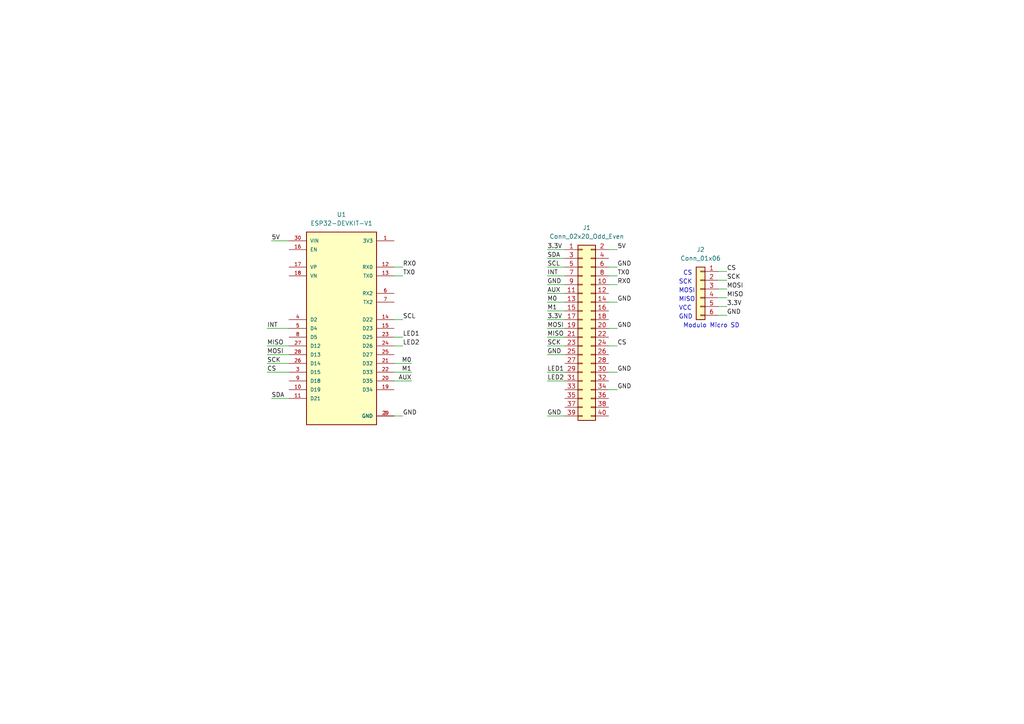
<source format=kicad_sch>
(kicad_sch (version 20211123) (generator eeschema)

  (uuid 30810c29-7c9e-463f-8d1a-1ad5d7a6d93f)

  (paper "A4")

  (lib_symbols
    (symbol "Connector_Generic:Conn_01x06" (pin_names (offset 1.016) hide) (in_bom yes) (on_board yes)
      (property "Reference" "J" (id 0) (at 0 7.62 0)
        (effects (font (size 1.27 1.27)))
      )
      (property "Value" "Conn_01x06" (id 1) (at 0 -10.16 0)
        (effects (font (size 1.27 1.27)))
      )
      (property "Footprint" "" (id 2) (at 0 0 0)
        (effects (font (size 1.27 1.27)) hide)
      )
      (property "Datasheet" "~" (id 3) (at 0 0 0)
        (effects (font (size 1.27 1.27)) hide)
      )
      (property "ki_keywords" "connector" (id 4) (at 0 0 0)
        (effects (font (size 1.27 1.27)) hide)
      )
      (property "ki_description" "Generic connector, single row, 01x06, script generated (kicad-library-utils/schlib/autogen/connector/)" (id 5) (at 0 0 0)
        (effects (font (size 1.27 1.27)) hide)
      )
      (property "ki_fp_filters" "Connector*:*_1x??_*" (id 6) (at 0 0 0)
        (effects (font (size 1.27 1.27)) hide)
      )
      (symbol "Conn_01x06_1_1"
        (rectangle (start -1.27 -7.493) (end 0 -7.747)
          (stroke (width 0.1524) (type default) (color 0 0 0 0))
          (fill (type none))
        )
        (rectangle (start -1.27 -4.953) (end 0 -5.207)
          (stroke (width 0.1524) (type default) (color 0 0 0 0))
          (fill (type none))
        )
        (rectangle (start -1.27 -2.413) (end 0 -2.667)
          (stroke (width 0.1524) (type default) (color 0 0 0 0))
          (fill (type none))
        )
        (rectangle (start -1.27 0.127) (end 0 -0.127)
          (stroke (width 0.1524) (type default) (color 0 0 0 0))
          (fill (type none))
        )
        (rectangle (start -1.27 2.667) (end 0 2.413)
          (stroke (width 0.1524) (type default) (color 0 0 0 0))
          (fill (type none))
        )
        (rectangle (start -1.27 5.207) (end 0 4.953)
          (stroke (width 0.1524) (type default) (color 0 0 0 0))
          (fill (type none))
        )
        (rectangle (start -1.27 6.35) (end 1.27 -8.89)
          (stroke (width 0.254) (type default) (color 0 0 0 0))
          (fill (type background))
        )
        (pin passive line (at -5.08 5.08 0) (length 3.81)
          (name "Pin_1" (effects (font (size 1.27 1.27))))
          (number "1" (effects (font (size 1.27 1.27))))
        )
        (pin passive line (at -5.08 2.54 0) (length 3.81)
          (name "Pin_2" (effects (font (size 1.27 1.27))))
          (number "2" (effects (font (size 1.27 1.27))))
        )
        (pin passive line (at -5.08 0 0) (length 3.81)
          (name "Pin_3" (effects (font (size 1.27 1.27))))
          (number "3" (effects (font (size 1.27 1.27))))
        )
        (pin passive line (at -5.08 -2.54 0) (length 3.81)
          (name "Pin_4" (effects (font (size 1.27 1.27))))
          (number "4" (effects (font (size 1.27 1.27))))
        )
        (pin passive line (at -5.08 -5.08 0) (length 3.81)
          (name "Pin_5" (effects (font (size 1.27 1.27))))
          (number "5" (effects (font (size 1.27 1.27))))
        )
        (pin passive line (at -5.08 -7.62 0) (length 3.81)
          (name "Pin_6" (effects (font (size 1.27 1.27))))
          (number "6" (effects (font (size 1.27 1.27))))
        )
      )
    )
    (symbol "Connector_Generic:Conn_02x20_Odd_Even" (pin_names (offset 1.016) hide) (in_bom yes) (on_board yes)
      (property "Reference" "J" (id 0) (at 1.27 25.4 0)
        (effects (font (size 1.27 1.27)))
      )
      (property "Value" "Conn_02x20_Odd_Even" (id 1) (at 1.27 -27.94 0)
        (effects (font (size 1.27 1.27)))
      )
      (property "Footprint" "" (id 2) (at 0 0 0)
        (effects (font (size 1.27 1.27)) hide)
      )
      (property "Datasheet" "~" (id 3) (at 0 0 0)
        (effects (font (size 1.27 1.27)) hide)
      )
      (property "ki_keywords" "connector" (id 4) (at 0 0 0)
        (effects (font (size 1.27 1.27)) hide)
      )
      (property "ki_description" "Generic connector, double row, 02x20, odd/even pin numbering scheme (row 1 odd numbers, row 2 even numbers), script generated (kicad-library-utils/schlib/autogen/connector/)" (id 5) (at 0 0 0)
        (effects (font (size 1.27 1.27)) hide)
      )
      (property "ki_fp_filters" "Connector*:*_2x??_*" (id 6) (at 0 0 0)
        (effects (font (size 1.27 1.27)) hide)
      )
      (symbol "Conn_02x20_Odd_Even_1_1"
        (rectangle (start -1.27 -25.273) (end 0 -25.527)
          (stroke (width 0.1524) (type default) (color 0 0 0 0))
          (fill (type none))
        )
        (rectangle (start -1.27 -22.733) (end 0 -22.987)
          (stroke (width 0.1524) (type default) (color 0 0 0 0))
          (fill (type none))
        )
        (rectangle (start -1.27 -20.193) (end 0 -20.447)
          (stroke (width 0.1524) (type default) (color 0 0 0 0))
          (fill (type none))
        )
        (rectangle (start -1.27 -17.653) (end 0 -17.907)
          (stroke (width 0.1524) (type default) (color 0 0 0 0))
          (fill (type none))
        )
        (rectangle (start -1.27 -15.113) (end 0 -15.367)
          (stroke (width 0.1524) (type default) (color 0 0 0 0))
          (fill (type none))
        )
        (rectangle (start -1.27 -12.573) (end 0 -12.827)
          (stroke (width 0.1524) (type default) (color 0 0 0 0))
          (fill (type none))
        )
        (rectangle (start -1.27 -10.033) (end 0 -10.287)
          (stroke (width 0.1524) (type default) (color 0 0 0 0))
          (fill (type none))
        )
        (rectangle (start -1.27 -7.493) (end 0 -7.747)
          (stroke (width 0.1524) (type default) (color 0 0 0 0))
          (fill (type none))
        )
        (rectangle (start -1.27 -4.953) (end 0 -5.207)
          (stroke (width 0.1524) (type default) (color 0 0 0 0))
          (fill (type none))
        )
        (rectangle (start -1.27 -2.413) (end 0 -2.667)
          (stroke (width 0.1524) (type default) (color 0 0 0 0))
          (fill (type none))
        )
        (rectangle (start -1.27 0.127) (end 0 -0.127)
          (stroke (width 0.1524) (type default) (color 0 0 0 0))
          (fill (type none))
        )
        (rectangle (start -1.27 2.667) (end 0 2.413)
          (stroke (width 0.1524) (type default) (color 0 0 0 0))
          (fill (type none))
        )
        (rectangle (start -1.27 5.207) (end 0 4.953)
          (stroke (width 0.1524) (type default) (color 0 0 0 0))
          (fill (type none))
        )
        (rectangle (start -1.27 7.747) (end 0 7.493)
          (stroke (width 0.1524) (type default) (color 0 0 0 0))
          (fill (type none))
        )
        (rectangle (start -1.27 10.287) (end 0 10.033)
          (stroke (width 0.1524) (type default) (color 0 0 0 0))
          (fill (type none))
        )
        (rectangle (start -1.27 12.827) (end 0 12.573)
          (stroke (width 0.1524) (type default) (color 0 0 0 0))
          (fill (type none))
        )
        (rectangle (start -1.27 15.367) (end 0 15.113)
          (stroke (width 0.1524) (type default) (color 0 0 0 0))
          (fill (type none))
        )
        (rectangle (start -1.27 17.907) (end 0 17.653)
          (stroke (width 0.1524) (type default) (color 0 0 0 0))
          (fill (type none))
        )
        (rectangle (start -1.27 20.447) (end 0 20.193)
          (stroke (width 0.1524) (type default) (color 0 0 0 0))
          (fill (type none))
        )
        (rectangle (start -1.27 22.987) (end 0 22.733)
          (stroke (width 0.1524) (type default) (color 0 0 0 0))
          (fill (type none))
        )
        (rectangle (start -1.27 24.13) (end 3.81 -26.67)
          (stroke (width 0.254) (type default) (color 0 0 0 0))
          (fill (type background))
        )
        (rectangle (start 3.81 -25.273) (end 2.54 -25.527)
          (stroke (width 0.1524) (type default) (color 0 0 0 0))
          (fill (type none))
        )
        (rectangle (start 3.81 -22.733) (end 2.54 -22.987)
          (stroke (width 0.1524) (type default) (color 0 0 0 0))
          (fill (type none))
        )
        (rectangle (start 3.81 -20.193) (end 2.54 -20.447)
          (stroke (width 0.1524) (type default) (color 0 0 0 0))
          (fill (type none))
        )
        (rectangle (start 3.81 -17.653) (end 2.54 -17.907)
          (stroke (width 0.1524) (type default) (color 0 0 0 0))
          (fill (type none))
        )
        (rectangle (start 3.81 -15.113) (end 2.54 -15.367)
          (stroke (width 0.1524) (type default) (color 0 0 0 0))
          (fill (type none))
        )
        (rectangle (start 3.81 -12.573) (end 2.54 -12.827)
          (stroke (width 0.1524) (type default) (color 0 0 0 0))
          (fill (type none))
        )
        (rectangle (start 3.81 -10.033) (end 2.54 -10.287)
          (stroke (width 0.1524) (type default) (color 0 0 0 0))
          (fill (type none))
        )
        (rectangle (start 3.81 -7.493) (end 2.54 -7.747)
          (stroke (width 0.1524) (type default) (color 0 0 0 0))
          (fill (type none))
        )
        (rectangle (start 3.81 -4.953) (end 2.54 -5.207)
          (stroke (width 0.1524) (type default) (color 0 0 0 0))
          (fill (type none))
        )
        (rectangle (start 3.81 -2.413) (end 2.54 -2.667)
          (stroke (width 0.1524) (type default) (color 0 0 0 0))
          (fill (type none))
        )
        (rectangle (start 3.81 0.127) (end 2.54 -0.127)
          (stroke (width 0.1524) (type default) (color 0 0 0 0))
          (fill (type none))
        )
        (rectangle (start 3.81 2.667) (end 2.54 2.413)
          (stroke (width 0.1524) (type default) (color 0 0 0 0))
          (fill (type none))
        )
        (rectangle (start 3.81 5.207) (end 2.54 4.953)
          (stroke (width 0.1524) (type default) (color 0 0 0 0))
          (fill (type none))
        )
        (rectangle (start 3.81 7.747) (end 2.54 7.493)
          (stroke (width 0.1524) (type default) (color 0 0 0 0))
          (fill (type none))
        )
        (rectangle (start 3.81 10.287) (end 2.54 10.033)
          (stroke (width 0.1524) (type default) (color 0 0 0 0))
          (fill (type none))
        )
        (rectangle (start 3.81 12.827) (end 2.54 12.573)
          (stroke (width 0.1524) (type default) (color 0 0 0 0))
          (fill (type none))
        )
        (rectangle (start 3.81 15.367) (end 2.54 15.113)
          (stroke (width 0.1524) (type default) (color 0 0 0 0))
          (fill (type none))
        )
        (rectangle (start 3.81 17.907) (end 2.54 17.653)
          (stroke (width 0.1524) (type default) (color 0 0 0 0))
          (fill (type none))
        )
        (rectangle (start 3.81 20.447) (end 2.54 20.193)
          (stroke (width 0.1524) (type default) (color 0 0 0 0))
          (fill (type none))
        )
        (rectangle (start 3.81 22.987) (end 2.54 22.733)
          (stroke (width 0.1524) (type default) (color 0 0 0 0))
          (fill (type none))
        )
        (pin passive line (at -5.08 22.86 0) (length 3.81)
          (name "Pin_1" (effects (font (size 1.27 1.27))))
          (number "1" (effects (font (size 1.27 1.27))))
        )
        (pin passive line (at 7.62 12.7 180) (length 3.81)
          (name "Pin_10" (effects (font (size 1.27 1.27))))
          (number "10" (effects (font (size 1.27 1.27))))
        )
        (pin passive line (at -5.08 10.16 0) (length 3.81)
          (name "Pin_11" (effects (font (size 1.27 1.27))))
          (number "11" (effects (font (size 1.27 1.27))))
        )
        (pin passive line (at 7.62 10.16 180) (length 3.81)
          (name "Pin_12" (effects (font (size 1.27 1.27))))
          (number "12" (effects (font (size 1.27 1.27))))
        )
        (pin passive line (at -5.08 7.62 0) (length 3.81)
          (name "Pin_13" (effects (font (size 1.27 1.27))))
          (number "13" (effects (font (size 1.27 1.27))))
        )
        (pin passive line (at 7.62 7.62 180) (length 3.81)
          (name "Pin_14" (effects (font (size 1.27 1.27))))
          (number "14" (effects (font (size 1.27 1.27))))
        )
        (pin passive line (at -5.08 5.08 0) (length 3.81)
          (name "Pin_15" (effects (font (size 1.27 1.27))))
          (number "15" (effects (font (size 1.27 1.27))))
        )
        (pin passive line (at 7.62 5.08 180) (length 3.81)
          (name "Pin_16" (effects (font (size 1.27 1.27))))
          (number "16" (effects (font (size 1.27 1.27))))
        )
        (pin passive line (at -5.08 2.54 0) (length 3.81)
          (name "Pin_17" (effects (font (size 1.27 1.27))))
          (number "17" (effects (font (size 1.27 1.27))))
        )
        (pin passive line (at 7.62 2.54 180) (length 3.81)
          (name "Pin_18" (effects (font (size 1.27 1.27))))
          (number "18" (effects (font (size 1.27 1.27))))
        )
        (pin passive line (at -5.08 0 0) (length 3.81)
          (name "Pin_19" (effects (font (size 1.27 1.27))))
          (number "19" (effects (font (size 1.27 1.27))))
        )
        (pin passive line (at 7.62 22.86 180) (length 3.81)
          (name "Pin_2" (effects (font (size 1.27 1.27))))
          (number "2" (effects (font (size 1.27 1.27))))
        )
        (pin passive line (at 7.62 0 180) (length 3.81)
          (name "Pin_20" (effects (font (size 1.27 1.27))))
          (number "20" (effects (font (size 1.27 1.27))))
        )
        (pin passive line (at -5.08 -2.54 0) (length 3.81)
          (name "Pin_21" (effects (font (size 1.27 1.27))))
          (number "21" (effects (font (size 1.27 1.27))))
        )
        (pin passive line (at 7.62 -2.54 180) (length 3.81)
          (name "Pin_22" (effects (font (size 1.27 1.27))))
          (number "22" (effects (font (size 1.27 1.27))))
        )
        (pin passive line (at -5.08 -5.08 0) (length 3.81)
          (name "Pin_23" (effects (font (size 1.27 1.27))))
          (number "23" (effects (font (size 1.27 1.27))))
        )
        (pin passive line (at 7.62 -5.08 180) (length 3.81)
          (name "Pin_24" (effects (font (size 1.27 1.27))))
          (number "24" (effects (font (size 1.27 1.27))))
        )
        (pin passive line (at -5.08 -7.62 0) (length 3.81)
          (name "Pin_25" (effects (font (size 1.27 1.27))))
          (number "25" (effects (font (size 1.27 1.27))))
        )
        (pin passive line (at 7.62 -7.62 180) (length 3.81)
          (name "Pin_26" (effects (font (size 1.27 1.27))))
          (number "26" (effects (font (size 1.27 1.27))))
        )
        (pin passive line (at -5.08 -10.16 0) (length 3.81)
          (name "Pin_27" (effects (font (size 1.27 1.27))))
          (number "27" (effects (font (size 1.27 1.27))))
        )
        (pin passive line (at 7.62 -10.16 180) (length 3.81)
          (name "Pin_28" (effects (font (size 1.27 1.27))))
          (number "28" (effects (font (size 1.27 1.27))))
        )
        (pin passive line (at -5.08 -12.7 0) (length 3.81)
          (name "Pin_29" (effects (font (size 1.27 1.27))))
          (number "29" (effects (font (size 1.27 1.27))))
        )
        (pin passive line (at -5.08 20.32 0) (length 3.81)
          (name "Pin_3" (effects (font (size 1.27 1.27))))
          (number "3" (effects (font (size 1.27 1.27))))
        )
        (pin passive line (at 7.62 -12.7 180) (length 3.81)
          (name "Pin_30" (effects (font (size 1.27 1.27))))
          (number "30" (effects (font (size 1.27 1.27))))
        )
        (pin passive line (at -5.08 -15.24 0) (length 3.81)
          (name "Pin_31" (effects (font (size 1.27 1.27))))
          (number "31" (effects (font (size 1.27 1.27))))
        )
        (pin passive line (at 7.62 -15.24 180) (length 3.81)
          (name "Pin_32" (effects (font (size 1.27 1.27))))
          (number "32" (effects (font (size 1.27 1.27))))
        )
        (pin passive line (at -5.08 -17.78 0) (length 3.81)
          (name "Pin_33" (effects (font (size 1.27 1.27))))
          (number "33" (effects (font (size 1.27 1.27))))
        )
        (pin passive line (at 7.62 -17.78 180) (length 3.81)
          (name "Pin_34" (effects (font (size 1.27 1.27))))
          (number "34" (effects (font (size 1.27 1.27))))
        )
        (pin passive line (at -5.08 -20.32 0) (length 3.81)
          (name "Pin_35" (effects (font (size 1.27 1.27))))
          (number "35" (effects (font (size 1.27 1.27))))
        )
        (pin passive line (at 7.62 -20.32 180) (length 3.81)
          (name "Pin_36" (effects (font (size 1.27 1.27))))
          (number "36" (effects (font (size 1.27 1.27))))
        )
        (pin passive line (at -5.08 -22.86 0) (length 3.81)
          (name "Pin_37" (effects (font (size 1.27 1.27))))
          (number "37" (effects (font (size 1.27 1.27))))
        )
        (pin passive line (at 7.62 -22.86 180) (length 3.81)
          (name "Pin_38" (effects (font (size 1.27 1.27))))
          (number "38" (effects (font (size 1.27 1.27))))
        )
        (pin passive line (at -5.08 -25.4 0) (length 3.81)
          (name "Pin_39" (effects (font (size 1.27 1.27))))
          (number "39" (effects (font (size 1.27 1.27))))
        )
        (pin passive line (at 7.62 20.32 180) (length 3.81)
          (name "Pin_4" (effects (font (size 1.27 1.27))))
          (number "4" (effects (font (size 1.27 1.27))))
        )
        (pin passive line (at 7.62 -25.4 180) (length 3.81)
          (name "Pin_40" (effects (font (size 1.27 1.27))))
          (number "40" (effects (font (size 1.27 1.27))))
        )
        (pin passive line (at -5.08 17.78 0) (length 3.81)
          (name "Pin_5" (effects (font (size 1.27 1.27))))
          (number "5" (effects (font (size 1.27 1.27))))
        )
        (pin passive line (at 7.62 17.78 180) (length 3.81)
          (name "Pin_6" (effects (font (size 1.27 1.27))))
          (number "6" (effects (font (size 1.27 1.27))))
        )
        (pin passive line (at -5.08 15.24 0) (length 3.81)
          (name "Pin_7" (effects (font (size 1.27 1.27))))
          (number "7" (effects (font (size 1.27 1.27))))
        )
        (pin passive line (at 7.62 15.24 180) (length 3.81)
          (name "Pin_8" (effects (font (size 1.27 1.27))))
          (number "8" (effects (font (size 1.27 1.27))))
        )
        (pin passive line (at -5.08 12.7 0) (length 3.81)
          (name "Pin_9" (effects (font (size 1.27 1.27))))
          (number "9" (effects (font (size 1.27 1.27))))
        )
      )
    )
    (symbol "ESP32-DEVKIT-V1:ESP32-DEVKIT-V1" (pin_names (offset 1.016)) (in_bom yes) (on_board yes)
      (property "Reference" "U" (id 0) (at -10.16 30.48 0)
        (effects (font (size 1.27 1.27)) (justify left top))
      )
      (property "Value" "ESP32-DEVKIT-V1" (id 1) (at -10.16 -30.48 0)
        (effects (font (size 1.27 1.27)) (justify left bottom))
      )
      (property "Footprint" "ESP32-DEVKIT-V1:MODULE_ESP32_DEVKIT_V1" (id 2) (at 0 0 0)
        (effects (font (size 1.27 1.27)) (justify bottom) hide)
      )
      (property "Datasheet" "" (id 3) (at 0 0 0)
        (effects (font (size 1.27 1.27)) hide)
      )
      (property "MF" "Do it" (id 4) (at 0 0 0)
        (effects (font (size 1.27 1.27)) (justify bottom) hide)
      )
      (property "MAXIMUM_PACKAGE_HEIGHT" "6.8 mm" (id 5) (at 0 0 0)
        (effects (font (size 1.27 1.27)) (justify bottom) hide)
      )
      (property "Package" "None" (id 6) (at 0 0 0)
        (effects (font (size 1.27 1.27)) (justify bottom) hide)
      )
      (property "Price" "None" (id 7) (at 0 0 0)
        (effects (font (size 1.27 1.27)) (justify bottom) hide)
      )
      (property "Check_prices" "https://www.snapeda.com/parts/ESP32-DEVKIT-V1/Do+it/view-part/?ref=eda" (id 8) (at 0 0 0)
        (effects (font (size 1.27 1.27)) (justify bottom) hide)
      )
      (property "STANDARD" "Manufacturer Recommendations" (id 9) (at 0 0 0)
        (effects (font (size 1.27 1.27)) (justify bottom) hide)
      )
      (property "PARTREV" "N/A" (id 10) (at 0 0 0)
        (effects (font (size 1.27 1.27)) (justify bottom) hide)
      )
      (property "SnapEDA_Link" "https://www.snapeda.com/parts/ESP32-DEVKIT-V1/Do+it/view-part/?ref=snap" (id 11) (at 0 0 0)
        (effects (font (size 1.27 1.27)) (justify bottom) hide)
      )
      (property "MP" "ESP32-DEVKIT-V1" (id 12) (at 0 0 0)
        (effects (font (size 1.27 1.27)) (justify bottom) hide)
      )
      (property "Description" "\nDual core, Wi-Fi: 2.4 GHz up to 150 Mbits/s,BLE (Bluetooth Low Energy) and legacy Bluetooth, 32 bits, Up to 240 MHz\n" (id 13) (at 0 0 0)
        (effects (font (size 1.27 1.27)) (justify bottom) hide)
      )
      (property "Availability" "Not in stock" (id 14) (at 0 0 0)
        (effects (font (size 1.27 1.27)) (justify bottom) hide)
      )
      (property "MANUFACTURER" "DOIT" (id 15) (at 0 0 0)
        (effects (font (size 1.27 1.27)) (justify bottom) hide)
      )
      (symbol "ESP32-DEVKIT-V1_0_0"
        (rectangle (start -10.16 -27.94) (end 10.16 27.94)
          (stroke (width 0.254) (type default) (color 0 0 0 0))
          (fill (type background))
        )
        (pin output line (at 15.24 25.4 180) (length 5.08)
          (name "3V3" (effects (font (size 1.016 1.016))))
          (number "1" (effects (font (size 1.016 1.016))))
        )
        (pin bidirectional line (at -15.24 -17.78 0) (length 5.08)
          (name "D19" (effects (font (size 1.016 1.016))))
          (number "10" (effects (font (size 1.016 1.016))))
        )
        (pin bidirectional line (at -15.24 -20.32 0) (length 5.08)
          (name "D21" (effects (font (size 1.016 1.016))))
          (number "11" (effects (font (size 1.016 1.016))))
        )
        (pin input line (at 15.24 17.78 180) (length 5.08)
          (name "RX0" (effects (font (size 1.016 1.016))))
          (number "12" (effects (font (size 1.016 1.016))))
        )
        (pin output line (at 15.24 15.24 180) (length 5.08)
          (name "TX0" (effects (font (size 1.016 1.016))))
          (number "13" (effects (font (size 1.016 1.016))))
        )
        (pin bidirectional line (at 15.24 2.54 180) (length 5.08)
          (name "D22" (effects (font (size 1.016 1.016))))
          (number "14" (effects (font (size 1.016 1.016))))
        )
        (pin bidirectional line (at 15.24 0 180) (length 5.08)
          (name "D23" (effects (font (size 1.016 1.016))))
          (number "15" (effects (font (size 1.016 1.016))))
        )
        (pin input line (at -15.24 22.86 0) (length 5.08)
          (name "EN" (effects (font (size 1.016 1.016))))
          (number "16" (effects (font (size 1.016 1.016))))
        )
        (pin bidirectional line (at -15.24 17.78 0) (length 5.08)
          (name "VP" (effects (font (size 1.016 1.016))))
          (number "17" (effects (font (size 1.016 1.016))))
        )
        (pin bidirectional line (at -15.24 15.24 0) (length 5.08)
          (name "VN" (effects (font (size 1.016 1.016))))
          (number "18" (effects (font (size 1.016 1.016))))
        )
        (pin bidirectional line (at 15.24 -17.78 180) (length 5.08)
          (name "D34" (effects (font (size 1.016 1.016))))
          (number "19" (effects (font (size 1.016 1.016))))
        )
        (pin power_in line (at 15.24 -25.4 180) (length 5.08)
          (name "GND" (effects (font (size 1.016 1.016))))
          (number "2" (effects (font (size 1.016 1.016))))
        )
        (pin bidirectional line (at 15.24 -15.24 180) (length 5.08)
          (name "D35" (effects (font (size 1.016 1.016))))
          (number "20" (effects (font (size 1.016 1.016))))
        )
        (pin bidirectional line (at 15.24 -10.16 180) (length 5.08)
          (name "D32" (effects (font (size 1.016 1.016))))
          (number "21" (effects (font (size 1.016 1.016))))
        )
        (pin bidirectional line (at 15.24 -12.7 180) (length 5.08)
          (name "D33" (effects (font (size 1.016 1.016))))
          (number "22" (effects (font (size 1.016 1.016))))
        )
        (pin bidirectional line (at 15.24 -2.54 180) (length 5.08)
          (name "D25" (effects (font (size 1.016 1.016))))
          (number "23" (effects (font (size 1.016 1.016))))
        )
        (pin bidirectional line (at 15.24 -5.08 180) (length 5.08)
          (name "D26" (effects (font (size 1.016 1.016))))
          (number "24" (effects (font (size 1.016 1.016))))
        )
        (pin bidirectional line (at 15.24 -7.62 180) (length 5.08)
          (name "D27" (effects (font (size 1.016 1.016))))
          (number "25" (effects (font (size 1.016 1.016))))
        )
        (pin bidirectional line (at -15.24 -10.16 0) (length 5.08)
          (name "D14" (effects (font (size 1.016 1.016))))
          (number "26" (effects (font (size 1.016 1.016))))
        )
        (pin bidirectional line (at -15.24 -5.08 0) (length 5.08)
          (name "D12" (effects (font (size 1.016 1.016))))
          (number "27" (effects (font (size 1.016 1.016))))
        )
        (pin bidirectional line (at -15.24 -7.62 0) (length 5.08)
          (name "D13" (effects (font (size 1.016 1.016))))
          (number "28" (effects (font (size 1.016 1.016))))
        )
        (pin power_in line (at 15.24 -25.4 180) (length 5.08)
          (name "GND" (effects (font (size 1.016 1.016))))
          (number "29" (effects (font (size 1.016 1.016))))
        )
        (pin bidirectional line (at -15.24 -12.7 0) (length 5.08)
          (name "D15" (effects (font (size 1.016 1.016))))
          (number "3" (effects (font (size 1.016 1.016))))
        )
        (pin input line (at -15.24 25.4 0) (length 5.08)
          (name "VIN" (effects (font (size 1.016 1.016))))
          (number "30" (effects (font (size 1.016 1.016))))
        )
        (pin bidirectional line (at -15.24 2.54 0) (length 5.08)
          (name "D2" (effects (font (size 1.016 1.016))))
          (number "4" (effects (font (size 1.016 1.016))))
        )
        (pin bidirectional line (at -15.24 0 0) (length 5.08)
          (name "D4" (effects (font (size 1.016 1.016))))
          (number "5" (effects (font (size 1.016 1.016))))
        )
        (pin input line (at 15.24 10.16 180) (length 5.08)
          (name "RX2" (effects (font (size 1.016 1.016))))
          (number "6" (effects (font (size 1.016 1.016))))
        )
        (pin output line (at 15.24 7.62 180) (length 5.08)
          (name "TX2" (effects (font (size 1.016 1.016))))
          (number "7" (effects (font (size 1.016 1.016))))
        )
        (pin bidirectional line (at -15.24 -2.54 0) (length 5.08)
          (name "D5" (effects (font (size 1.016 1.016))))
          (number "8" (effects (font (size 1.016 1.016))))
        )
        (pin bidirectional line (at -15.24 -15.24 0) (length 5.08)
          (name "D18" (effects (font (size 1.016 1.016))))
          (number "9" (effects (font (size 1.016 1.016))))
        )
      )
    )
  )


  (wire (pts (xy 158.75 92.71) (xy 163.83 92.71))
    (stroke (width 0) (type default) (color 0 0 0 0))
    (uuid 0b3c060a-98c1-470a-ac9c-7a1fbf935618)
  )
  (wire (pts (xy 176.53 72.39) (xy 179.07 72.39))
    (stroke (width 0) (type default) (color 0 0 0 0))
    (uuid 106e5c31-e171-4143-8a85-8c9234b3f1ad)
  )
  (wire (pts (xy 208.28 91.44) (xy 210.82 91.44))
    (stroke (width 0) (type default) (color 0 0 0 0))
    (uuid 1083e108-f437-4ee1-b92d-875174dccb83)
  )
  (wire (pts (xy 158.75 90.17) (xy 163.83 90.17))
    (stroke (width 0) (type default) (color 0 0 0 0))
    (uuid 1539de77-def1-4539-9f5c-486d574424da)
  )
  (wire (pts (xy 77.47 102.87) (xy 83.82 102.87))
    (stroke (width 0) (type default) (color 0 0 0 0))
    (uuid 174af41e-0eb0-46ca-874b-53b0aeeff270)
  )
  (wire (pts (xy 78.74 69.85) (xy 83.82 69.85))
    (stroke (width 0) (type default) (color 0 0 0 0))
    (uuid 188880ca-fa7c-4053-9cd9-17f5f7c7f85f)
  )
  (wire (pts (xy 176.53 82.55) (xy 179.07 82.55))
    (stroke (width 0) (type default) (color 0 0 0 0))
    (uuid 19338707-d0b7-43e8-8192-ab132b3e1d65)
  )
  (wire (pts (xy 176.53 107.95) (xy 179.07 107.95))
    (stroke (width 0) (type default) (color 0 0 0 0))
    (uuid 2298edcc-b722-4747-8c1e-de600a17c24a)
  )
  (wire (pts (xy 77.47 95.25) (xy 83.82 95.25))
    (stroke (width 0) (type default) (color 0 0 0 0))
    (uuid 23be1438-ef9b-4dd9-95ec-a6053c75ec02)
  )
  (wire (pts (xy 208.28 81.28) (xy 210.82 81.28))
    (stroke (width 0) (type default) (color 0 0 0 0))
    (uuid 24ef167c-c455-47b2-a92f-c2ea4b36ae76)
  )
  (wire (pts (xy 176.53 80.01) (xy 179.07 80.01))
    (stroke (width 0) (type default) (color 0 0 0 0))
    (uuid 2dcca314-e661-48dd-8731-72dc2cfcf530)
  )
  (wire (pts (xy 158.75 74.93) (xy 163.83 74.93))
    (stroke (width 0) (type default) (color 0 0 0 0))
    (uuid 313b9f11-2677-4000-bbed-691d3687ee43)
  )
  (wire (pts (xy 158.75 95.25) (xy 163.83 95.25))
    (stroke (width 0) (type default) (color 0 0 0 0))
    (uuid 45328e6e-4c0e-464d-be02-f9a50f48011d)
  )
  (wire (pts (xy 208.28 78.74) (xy 210.82 78.74))
    (stroke (width 0) (type default) (color 0 0 0 0))
    (uuid 48f187d4-8cbe-4bae-a108-60ca747af181)
  )
  (wire (pts (xy 158.75 77.47) (xy 163.83 77.47))
    (stroke (width 0) (type default) (color 0 0 0 0))
    (uuid 4ce6f820-ac2b-4c7f-8ff5-fead04527605)
  )
  (wire (pts (xy 176.53 95.25) (xy 179.07 95.25))
    (stroke (width 0) (type default) (color 0 0 0 0))
    (uuid 4d6d9536-ca89-42c7-ad13-eea36ad8f393)
  )
  (wire (pts (xy 78.74 115.57) (xy 83.82 115.57))
    (stroke (width 0) (type default) (color 0 0 0 0))
    (uuid 4f289e7c-2131-4342-9f1f-9778adf350ae)
  )
  (wire (pts (xy 208.28 83.82) (xy 210.82 83.82))
    (stroke (width 0) (type default) (color 0 0 0 0))
    (uuid 526128e5-fefd-4df1-a68b-60bf680d257d)
  )
  (wire (pts (xy 158.75 107.95) (xy 163.83 107.95))
    (stroke (width 0) (type default) (color 0 0 0 0))
    (uuid 5334930b-635c-4d26-bd53-5224e932da83)
  )
  (wire (pts (xy 119.38 107.95) (xy 114.3 107.95))
    (stroke (width 0) (type default) (color 0 0 0 0))
    (uuid 54a50449-9dfa-4f48-8928-9c3d0b767875)
  )
  (wire (pts (xy 114.3 110.49) (xy 119.38 110.49))
    (stroke (width 0) (type default) (color 0 0 0 0))
    (uuid 5816e289-d4ad-4032-9291-7ffa61b51895)
  )
  (wire (pts (xy 208.28 86.36) (xy 210.82 86.36))
    (stroke (width 0) (type default) (color 0 0 0 0))
    (uuid 60dc79cf-0fa4-4ece-b558-b9c93a2a653a)
  )
  (wire (pts (xy 158.75 82.55) (xy 163.83 82.55))
    (stroke (width 0) (type default) (color 0 0 0 0))
    (uuid 60e16399-b6eb-4811-96a6-b02c2323cbc8)
  )
  (wire (pts (xy 158.75 100.33) (xy 163.83 100.33))
    (stroke (width 0) (type default) (color 0 0 0 0))
    (uuid 64778eda-8979-4ce4-8c23-6367203f3587)
  )
  (wire (pts (xy 176.53 100.33) (xy 179.07 100.33))
    (stroke (width 0) (type default) (color 0 0 0 0))
    (uuid 6d6f919f-553b-402d-9daa-fa4f83968fde)
  )
  (wire (pts (xy 176.53 87.63) (xy 179.07 87.63))
    (stroke (width 0) (type default) (color 0 0 0 0))
    (uuid 7670de40-b816-4681-917f-7e601a6ba438)
  )
  (wire (pts (xy 77.47 107.95) (xy 83.82 107.95))
    (stroke (width 0) (type default) (color 0 0 0 0))
    (uuid 7a769503-cf96-4729-98a5-6c83ae2c2ee7)
  )
  (wire (pts (xy 77.47 105.41) (xy 83.82 105.41))
    (stroke (width 0) (type default) (color 0 0 0 0))
    (uuid 7d90a645-331b-4975-811f-f28bd56242be)
  )
  (wire (pts (xy 114.3 92.71) (xy 116.84 92.71))
    (stroke (width 0) (type default) (color 0 0 0 0))
    (uuid 7e60042f-ecae-42ab-b2c1-73ac087569fa)
  )
  (wire (pts (xy 114.3 100.33) (xy 116.84 100.33))
    (stroke (width 0) (type default) (color 0 0 0 0))
    (uuid 9dcf4fb2-2e60-49a0-8f46-bab8b06d9f9c)
  )
  (wire (pts (xy 176.53 113.03) (xy 179.07 113.03))
    (stroke (width 0) (type default) (color 0 0 0 0))
    (uuid a23c2f7c-0297-4a10-9554-133f5da2d323)
  )
  (wire (pts (xy 119.38 105.41) (xy 114.3 105.41))
    (stroke (width 0) (type default) (color 0 0 0 0))
    (uuid bbb9a415-9b7b-4353-86e6-2e672a8d4154)
  )
  (wire (pts (xy 158.75 72.39) (xy 163.83 72.39))
    (stroke (width 0) (type default) (color 0 0 0 0))
    (uuid c449a134-9c4f-4e98-87f0-b776e1d07144)
  )
  (wire (pts (xy 114.3 80.01) (xy 116.84 80.01))
    (stroke (width 0) (type default) (color 0 0 0 0))
    (uuid c72bc34f-047e-456a-86b4-2582d61b552e)
  )
  (wire (pts (xy 158.75 80.01) (xy 163.83 80.01))
    (stroke (width 0) (type default) (color 0 0 0 0))
    (uuid c7e6014e-7487-4d88-a46e-460145cc24ec)
  )
  (wire (pts (xy 158.75 110.49) (xy 163.83 110.49))
    (stroke (width 0) (type default) (color 0 0 0 0))
    (uuid cb85b80d-1aa3-415a-9f92-2d763966021c)
  )
  (wire (pts (xy 158.75 85.09) (xy 163.83 85.09))
    (stroke (width 0) (type default) (color 0 0 0 0))
    (uuid cd05109c-ab63-4a76-ac45-d260b22cf6b1)
  )
  (wire (pts (xy 158.75 97.79) (xy 163.83 97.79))
    (stroke (width 0) (type default) (color 0 0 0 0))
    (uuid d0d02a82-2a4e-4d80-983b-89998c3e4592)
  )
  (wire (pts (xy 158.75 120.65) (xy 163.83 120.65))
    (stroke (width 0) (type default) (color 0 0 0 0))
    (uuid e0901df2-5cf5-4b5a-a7d0-1583883f1757)
  )
  (wire (pts (xy 114.3 120.65) (xy 116.84 120.65))
    (stroke (width 0) (type default) (color 0 0 0 0))
    (uuid e1790e67-a263-400c-8ecf-b6bac09b05ec)
  )
  (wire (pts (xy 114.3 97.79) (xy 116.84 97.79))
    (stroke (width 0) (type default) (color 0 0 0 0))
    (uuid e39c4418-ba95-42a4-bf00-ca8d9fe471ee)
  )
  (wire (pts (xy 114.3 77.47) (xy 116.84 77.47))
    (stroke (width 0) (type default) (color 0 0 0 0))
    (uuid e42008c4-3715-4e32-96dc-87b617d64e69)
  )
  (wire (pts (xy 208.28 88.9) (xy 210.82 88.9))
    (stroke (width 0) (type default) (color 0 0 0 0))
    (uuid ea50cfd0-34b3-4a04-8536-4bec65032c90)
  )
  (wire (pts (xy 158.75 87.63) (xy 163.83 87.63))
    (stroke (width 0) (type default) (color 0 0 0 0))
    (uuid ec09c1ec-0bbb-4e6e-91a6-3c3591ad2172)
  )
  (wire (pts (xy 176.53 77.47) (xy 179.07 77.47))
    (stroke (width 0) (type default) (color 0 0 0 0))
    (uuid edbbc568-a7dc-4b17-9dce-d2a5daaab41f)
  )
  (wire (pts (xy 77.47 100.33) (xy 83.82 100.33))
    (stroke (width 0) (type default) (color 0 0 0 0))
    (uuid faef973a-4d42-48d1-899f-d704b0bbcc21)
  )
  (wire (pts (xy 158.75 102.87) (xy 163.83 102.87))
    (stroke (width 0) (type default) (color 0 0 0 0))
    (uuid fdc0f9c5-6e74-414d-b18a-a9c6e9b9ef9a)
  )

  (text "VCC" (at 196.85 90.17 0)
    (effects (font (size 1.27 1.27)) (justify left bottom))
    (uuid 2f6d95d1-c431-4263-8567-5ed69dfd040b)
  )
  (text "GND" (at 196.85 92.71 0)
    (effects (font (size 1.27 1.27)) (justify left bottom))
    (uuid 4ca247d4-0a1d-472a-a672-a3b9d976c7e5)
  )
  (text "CS" (at 198.12 80.01 0)
    (effects (font (size 1.27 1.27)) (justify left bottom))
    (uuid 804def22-7570-4e19-99f5-3dbbcedd44a8)
  )
  (text "Modulo Micro SD" (at 198.12 95.25 0)
    (effects (font (size 1.27 1.27)) (justify left bottom))
    (uuid 973ab7a4-65d4-430d-9084-60c0907f29a3)
  )
  (text "MISO\n" (at 196.85 87.63 0)
    (effects (font (size 1.27 1.27)) (justify left bottom))
    (uuid afee4f4c-740d-44cd-91f2-52b86e4703e2)
  )
  (text "SCK" (at 196.85 82.55 0)
    (effects (font (size 1.27 1.27)) (justify left bottom))
    (uuid c13f1472-fe87-4ad3-b5c6-67a7fa74b9a5)
  )
  (text "MOSI" (at 196.85 85.09 0)
    (effects (font (size 1.27 1.27)) (justify left bottom))
    (uuid e3d0c7b5-cbeb-469e-892d-ae2874809fb6)
  )

  (label "GND" (at 116.84 120.65 0)
    (effects (font (size 1.27 1.27)) (justify left bottom))
    (uuid 032a6eac-3650-4d13-9e63-f0b841baf517)
  )
  (label "GND" (at 179.07 113.03 0)
    (effects (font (size 1.27 1.27)) (justify left bottom))
    (uuid 057b6c15-e8d8-4d8a-a4e1-29675c73bd51)
  )
  (label "3.3V" (at 210.82 88.9 0)
    (effects (font (size 1.27 1.27)) (justify left bottom))
    (uuid 0d550365-3ca1-4085-a757-d6591b0a9243)
  )
  (label "TX0" (at 116.84 80.01 0)
    (effects (font (size 1.27 1.27)) (justify left bottom))
    (uuid 1922af56-54f4-441d-adc1-63aa1669a78c)
  )
  (label "3.3V" (at 158.75 72.39 0)
    (effects (font (size 1.27 1.27)) (justify left bottom))
    (uuid 1e12e34a-76de-4b75-a831-08bff493a7e7)
  )
  (label "SCK" (at 158.75 100.33 0)
    (effects (font (size 1.27 1.27)) (justify left bottom))
    (uuid 1fee895b-3759-477c-9704-0b40385fff25)
  )
  (label "GND" (at 179.07 107.95 0)
    (effects (font (size 1.27 1.27)) (justify left bottom))
    (uuid 24e89117-f356-4563-841b-5d033fd3ef7d)
  )
  (label "CS" (at 77.47 107.95 0)
    (effects (font (size 1.27 1.27)) (justify left bottom))
    (uuid 2e49480d-dd11-4667-9ebf-d25738afa9df)
  )
  (label "SDA" (at 158.75 74.93 0)
    (effects (font (size 1.27 1.27)) (justify left bottom))
    (uuid 3f452907-7c91-4ddb-8e61-7a67d2d1385c)
  )
  (label "GND" (at 158.75 120.65 0)
    (effects (font (size 1.27 1.27)) (justify left bottom))
    (uuid 44fb26c2-36a8-46f8-b013-3e7be9d4f795)
  )
  (label "SCL" (at 116.84 92.71 0)
    (effects (font (size 1.27 1.27)) (justify left bottom))
    (uuid 45c052b4-fab2-4f71-932e-39a0d6ca8b01)
  )
  (label "INT" (at 77.47 95.25 0)
    (effects (font (size 1.27 1.27)) (justify left bottom))
    (uuid 47461eaa-19be-45f7-a52e-53b8e1f7ef06)
  )
  (label "AUX" (at 119.38 110.49 180)
    (effects (font (size 1.27 1.27)) (justify right bottom))
    (uuid 4a5754fa-9147-4d85-8c37-691068f32732)
  )
  (label "GND" (at 158.75 82.55 0)
    (effects (font (size 1.27 1.27)) (justify left bottom))
    (uuid 52f5b099-dc55-4592-8452-1758c8a8fb1c)
  )
  (label "M0" (at 158.75 87.63 0)
    (effects (font (size 1.27 1.27)) (justify left bottom))
    (uuid 5c46deba-4b6d-4e62-a4bd-403b150d45ea)
  )
  (label "5V" (at 78.74 69.85 0)
    (effects (font (size 1.27 1.27)) (justify left bottom))
    (uuid 5d0da0dc-9b72-4310-b410-a13beefb16f2)
  )
  (label "SDA" (at 78.74 115.57 0)
    (effects (font (size 1.27 1.27)) (justify left bottom))
    (uuid 5d5ca91f-bd6b-45b4-b46a-9e1eb9373468)
  )
  (label "M1" (at 158.75 90.17 0)
    (effects (font (size 1.27 1.27)) (justify left bottom))
    (uuid 61455dfe-8237-458d-a21e-a0c7b0a05c67)
  )
  (label "CS" (at 210.82 78.74 0)
    (effects (font (size 1.27 1.27)) (justify left bottom))
    (uuid 6960cb9c-0904-422f-9c6b-64c0f3672ee3)
  )
  (label "RX0" (at 179.07 82.55 0)
    (effects (font (size 1.27 1.27)) (justify left bottom))
    (uuid 6caf76e5-27b3-4db9-838a-d9e1faca0929)
  )
  (label "LED1" (at 158.75 107.95 0)
    (effects (font (size 1.27 1.27)) (justify left bottom))
    (uuid 6d8c6c2b-eb62-4a9a-a094-01c4d6823e25)
  )
  (label "M0" (at 119.38 105.41 180)
    (effects (font (size 1.27 1.27)) (justify right bottom))
    (uuid 7333f0b6-f97c-408d-8d49-e71e2e46446d)
  )
  (label "SCK" (at 210.82 81.28 0)
    (effects (font (size 1.27 1.27)) (justify left bottom))
    (uuid 748f18c5-8c64-423b-95de-330ffa2eb561)
  )
  (label "SCL" (at 158.75 77.47 0)
    (effects (font (size 1.27 1.27)) (justify left bottom))
    (uuid 7f2f3428-8265-4be9-9fc0-8527d3f8fadc)
  )
  (label "GND" (at 179.07 77.47 0)
    (effects (font (size 1.27 1.27)) (justify left bottom))
    (uuid 80539468-d876-4bdc-9883-388728f5f433)
  )
  (label "RX0" (at 116.84 77.47 0)
    (effects (font (size 1.27 1.27)) (justify left bottom))
    (uuid 8a791f09-47f0-4e8c-9602-418242b0a0ea)
  )
  (label "GND" (at 158.75 102.87 0)
    (effects (font (size 1.27 1.27)) (justify left bottom))
    (uuid 8b2948c5-61fe-4a6b-b7fa-77126e746230)
  )
  (label "LED2" (at 158.75 110.49 0)
    (effects (font (size 1.27 1.27)) (justify left bottom))
    (uuid 96443b6a-26d3-48ee-9580-d6aaec8d634a)
  )
  (label "MOSI" (at 210.82 83.82 0)
    (effects (font (size 1.27 1.27)) (justify left bottom))
    (uuid a1c019f0-e06b-4da1-8944-d0c94cd2d0ef)
  )
  (label "MISO" (at 77.47 100.33 0)
    (effects (font (size 1.27 1.27)) (justify left bottom))
    (uuid a3e11209-e564-4b22-b822-00709ccf5a79)
  )
  (label "5V" (at 179.07 72.39 0)
    (effects (font (size 1.27 1.27)) (justify left bottom))
    (uuid aa120491-a8c9-4f75-ab4f-c7fc5aab4dc4)
  )
  (label "INT" (at 158.75 80.01 0)
    (effects (font (size 1.27 1.27)) (justify left bottom))
    (uuid b6ec6bbf-d994-424c-9860-fbd00e57ff92)
  )
  (label "MOSI" (at 77.47 102.87 0)
    (effects (font (size 1.27 1.27)) (justify left bottom))
    (uuid ba66215f-01a5-46b9-b297-2c3e430d764a)
  )
  (label "TX0" (at 179.07 80.01 0)
    (effects (font (size 1.27 1.27)) (justify left bottom))
    (uuid be3c171a-4fd4-4254-b48a-44fd8924220e)
  )
  (label "LED2" (at 116.84 100.33 0)
    (effects (font (size 1.27 1.27)) (justify left bottom))
    (uuid c0ef27bd-09c8-4cd2-81bc-e52f0c2d51ec)
  )
  (label "CS" (at 179.07 100.33 0)
    (effects (font (size 1.27 1.27)) (justify left bottom))
    (uuid c318f2c9-f538-4f2a-a182-0f6b093ef639)
  )
  (label "GND" (at 179.07 87.63 0)
    (effects (font (size 1.27 1.27)) (justify left bottom))
    (uuid c82ebd13-836a-4a10-b4a3-d12f14339e6e)
  )
  (label "MOSI" (at 158.75 95.25 0)
    (effects (font (size 1.27 1.27)) (justify left bottom))
    (uuid c866f8b5-f4de-4987-8818-f945a0b08970)
  )
  (label "MISO" (at 158.75 97.79 0)
    (effects (font (size 1.27 1.27)) (justify left bottom))
    (uuid c94d99ba-3f44-402e-9518-128d06a88a8f)
  )
  (label "GND" (at 210.82 91.44 0)
    (effects (font (size 1.27 1.27)) (justify left bottom))
    (uuid d04a5d80-56ee-4dee-b1c0-9991d5d23660)
  )
  (label "M1" (at 119.38 107.95 180)
    (effects (font (size 1.27 1.27)) (justify right bottom))
    (uuid d674c017-a683-436f-ba0e-dae22d5762c8)
  )
  (label "3.3V" (at 158.75 92.71 0)
    (effects (font (size 1.27 1.27)) (justify left bottom))
    (uuid d70867e9-ee8e-4940-88b7-37af12af0632)
  )
  (label "MISO" (at 210.82 86.36 0)
    (effects (font (size 1.27 1.27)) (justify left bottom))
    (uuid e53426b1-0a84-4905-b4cb-85351f770317)
  )
  (label "SCK" (at 77.47 105.41 0)
    (effects (font (size 1.27 1.27)) (justify left bottom))
    (uuid e5b20596-1234-4bcd-bea2-64ad649e380c)
  )
  (label "LED1" (at 116.84 97.79 0)
    (effects (font (size 1.27 1.27)) (justify left bottom))
    (uuid e60fd24f-1b5d-4951-9cb7-65bf90fd4420)
  )
  (label "AUX" (at 158.75 85.09 0)
    (effects (font (size 1.27 1.27)) (justify left bottom))
    (uuid f2ae1ee4-7927-42d7-9c9c-8c29383115f6)
  )
  (label "GND" (at 179.07 95.25 0)
    (effects (font (size 1.27 1.27)) (justify left bottom))
    (uuid f56aca76-0d33-4115-9c63-54b091b41fc1)
  )

  (symbol (lib_id "Connector_Generic:Conn_01x06") (at 203.2 83.82 0) (mirror y) (unit 1)
    (in_bom yes) (on_board yes) (fields_autoplaced)
    (uuid 4856a113-10a3-4021-a054-307b17b6c5c1)
    (property "Reference" "J2" (id 0) (at 203.2 72.39 0))
    (property "Value" "Conn_01x06" (id 1) (at 203.2 74.93 0))
    (property "Footprint" "Connector_PinSocket_2.54mm:PinSocket_1x06_P2.54mm_Horizontal" (id 2) (at 203.2 83.82 0)
      (effects (font (size 1.27 1.27)) hide)
    )
    (property "Datasheet" "~" (id 3) (at 203.2 83.82 0)
      (effects (font (size 1.27 1.27)) hide)
    )
    (pin "1" (uuid e12ef573-ad31-45d9-8890-9dc529fe538f))
    (pin "2" (uuid d39b8295-abb4-4473-82cc-dc145dce10d1))
    (pin "3" (uuid b6bd929f-bf68-47b3-890f-1db26fd36b02))
    (pin "4" (uuid f98cdfbb-dfcd-4708-8794-45ff230199bc))
    (pin "5" (uuid 18a8c1d1-fb84-43c2-acde-a5e43d4e25bc))
    (pin "6" (uuid 1fe0304e-2815-4b0f-a702-75fbebd99dbc))
  )

  (symbol (lib_id "Connector_Generic:Conn_02x20_Odd_Even") (at 168.91 95.25 0) (unit 1)
    (in_bom yes) (on_board yes) (fields_autoplaced)
    (uuid bdf665da-4ce0-410f-a5dc-5fb876c6d90a)
    (property "Reference" "J1" (id 0) (at 170.18 66.04 0))
    (property "Value" "Conn_02x20_Odd_Even" (id 1) (at 170.18 68.58 0))
    (property "Footprint" "Guilherme:OBSAT-Board" (id 2) (at 168.91 95.25 0)
      (effects (font (size 1.27 1.27)) hide)
    )
    (property "Datasheet" "~" (id 3) (at 168.91 95.25 0)
      (effects (font (size 1.27 1.27)) hide)
    )
    (pin "1" (uuid 84a6ecbe-9dd3-4d4b-a643-f9d78600572f))
    (pin "10" (uuid 799e9163-9b22-46c9-b7b9-dd884b5b3f0c))
    (pin "11" (uuid 68e6c583-7755-4bff-9487-9baa7e110b33))
    (pin "12" (uuid 477f12e0-2c83-4b46-922a-782d1b1fb1ee))
    (pin "13" (uuid f1e72644-b94f-42ac-9ee1-71e9ba0fd1cf))
    (pin "14" (uuid 7c73ec15-383a-4d74-83b1-b1e0002f5323))
    (pin "15" (uuid 1a336ef5-46a0-457c-9bf6-b0e872252446))
    (pin "16" (uuid 6aa0dd91-e8fe-45a4-b4cc-62c47c3976bf))
    (pin "17" (uuid 6420aebc-be8f-4246-a73e-36e91464d595))
    (pin "18" (uuid 6ef54468-35ed-4b47-a244-73579c318b54))
    (pin "19" (uuid 046ca260-bf14-4a64-9a5a-a9bf6d95db8b))
    (pin "2" (uuid 07936c9d-7f3e-416d-9cc2-d46b4135e419))
    (pin "20" (uuid bcd1fc0c-8445-44ff-bb30-b4e51b4e5c85))
    (pin "21" (uuid 5fb826df-b93c-4bc7-9b20-0019249b1eaa))
    (pin "22" (uuid 55607e34-e3c8-4300-b8ac-1036b006a45e))
    (pin "23" (uuid baa8d6bc-5dea-4b1f-9688-c68f84bd89db))
    (pin "24" (uuid 3f2e857d-f290-4fc7-a0cb-4e63e0851ae8))
    (pin "25" (uuid e606c47d-aa0f-455f-9322-0a3ecdfe38d3))
    (pin "26" (uuid 94bc66b3-6682-40e8-88b6-6f827d1f6963))
    (pin "27" (uuid 92e5f70e-9d2e-4b52-bca2-28ea619ff765))
    (pin "28" (uuid 0c906b27-b629-476d-8ceb-40d9e9d593fd))
    (pin "29" (uuid 29a16313-439f-438e-b095-4bebc2ddb5b7))
    (pin "3" (uuid 633c0dc9-c886-4403-886f-0c2b4549fdc4))
    (pin "30" (uuid 89eab092-ed5c-472a-bd9b-9c8db8f4c673))
    (pin "31" (uuid c761a7ee-9072-4543-9596-8bbc2043071c))
    (pin "32" (uuid 64f4db2e-467b-49d3-bf97-362c3891196e))
    (pin "33" (uuid 944e530e-6449-46fe-9759-cfbe301c2eb1))
    (pin "34" (uuid 80669f79-3b3a-4d8b-8e20-65c4fe87a01e))
    (pin "35" (uuid 3a110d51-9a2b-422f-aa2e-d59b82b847e3))
    (pin "36" (uuid c8a44a18-fc5c-4976-803f-ed3db84c126e))
    (pin "37" (uuid 50696028-cd79-48e0-bad2-22a993f90623))
    (pin "38" (uuid c2ab1cb3-013c-471f-92f4-12bd29d41f45))
    (pin "39" (uuid 6ac488cf-ee4e-42c8-a5ce-0f98ab746f24))
    (pin "4" (uuid 5c188b36-97a1-4d26-9e98-d2be5de20573))
    (pin "40" (uuid 6a9fa53a-028c-469d-9a63-e709167139c4))
    (pin "5" (uuid 6c26e363-2654-4625-86bc-64138beeb60a))
    (pin "6" (uuid ec88b6e6-659b-496f-86ed-91a5901689d8))
    (pin "7" (uuid b6dbc985-a444-4d05-803b-67383964c6d4))
    (pin "8" (uuid fc87c9d4-bcb0-4038-ab71-fc5591bee7c3))
    (pin "9" (uuid 0476c3df-2017-4d22-b2ca-4047bd8d9a03))
  )

  (symbol (lib_id "ESP32-DEVKIT-V1:ESP32-DEVKIT-V1") (at 99.06 95.25 0) (unit 1)
    (in_bom yes) (on_board yes) (fields_autoplaced)
    (uuid e09878ea-a74b-49e1-9952-02531cdf8274)
    (property "Reference" "U1" (id 0) (at 99.06 62.23 0))
    (property "Value" "ESP32-DEVKIT-V1" (id 1) (at 99.06 64.77 0))
    (property "Footprint" "Guilherme:ESP32_DEVKIT_V1_sem" (id 2) (at 99.06 95.25 0)
      (effects (font (size 1.27 1.27)) (justify bottom) hide)
    )
    (property "Datasheet" "" (id 3) (at 99.06 95.25 0)
      (effects (font (size 1.27 1.27)) hide)
    )
    (property "MF" "Do it" (id 4) (at 99.06 95.25 0)
      (effects (font (size 1.27 1.27)) (justify bottom) hide)
    )
    (property "MAXIMUM_PACKAGE_HEIGHT" "6.8 mm" (id 5) (at 99.06 95.25 0)
      (effects (font (size 1.27 1.27)) (justify bottom) hide)
    )
    (property "Package" "None" (id 6) (at 99.06 95.25 0)
      (effects (font (size 1.27 1.27)) (justify bottom) hide)
    )
    (property "Price" "None" (id 7) (at 99.06 95.25 0)
      (effects (font (size 1.27 1.27)) (justify bottom) hide)
    )
    (property "Check_prices" "https://www.snapeda.com/parts/ESP32-DEVKIT-V1/Do+it/view-part/?ref=eda" (id 8) (at 99.06 95.25 0)
      (effects (font (size 1.27 1.27)) (justify bottom) hide)
    )
    (property "STANDARD" "Manufacturer Recommendations" (id 9) (at 99.06 95.25 0)
      (effects (font (size 1.27 1.27)) (justify bottom) hide)
    )
    (property "PARTREV" "N/A" (id 10) (at 99.06 95.25 0)
      (effects (font (size 1.27 1.27)) (justify bottom) hide)
    )
    (property "SnapEDA_Link" "https://www.snapeda.com/parts/ESP32-DEVKIT-V1/Do+it/view-part/?ref=snap" (id 11) (at 99.06 95.25 0)
      (effects (font (size 1.27 1.27)) (justify bottom) hide)
    )
    (property "MP" "ESP32-DEVKIT-V1" (id 12) (at 99.06 95.25 0)
      (effects (font (size 1.27 1.27)) (justify bottom) hide)
    )
    (property "Description" "\nDual core, Wi-Fi: 2.4 GHz up to 150 Mbits/s,BLE (Bluetooth Low Energy) and legacy Bluetooth, 32 bits, Up to 240 MHz\n" (id 13) (at 99.06 95.25 0)
      (effects (font (size 1.27 1.27)) (justify bottom) hide)
    )
    (property "Availability" "Not in stock" (id 14) (at 99.06 95.25 0)
      (effects (font (size 1.27 1.27)) (justify bottom) hide)
    )
    (property "MANUFACTURER" "DOIT" (id 15) (at 99.06 95.25 0)
      (effects (font (size 1.27 1.27)) (justify bottom) hide)
    )
    (pin "1" (uuid b340881d-48dc-446c-866c-bfcd489f87c3))
    (pin "10" (uuid d7fb2306-4ecb-4de2-9f8c-b61668733235))
    (pin "11" (uuid e6534dd1-25cc-41e0-860b-fa6860b149f4))
    (pin "12" (uuid 26d9c209-0f0e-445d-8224-81d64da13893))
    (pin "13" (uuid 091938dc-0c92-407b-b025-10f0fbeae04c))
    (pin "14" (uuid 424ca016-0632-405b-b291-2c75944ede74))
    (pin "15" (uuid df074f78-d58e-4a5f-b05c-229c5bcc1a7f))
    (pin "16" (uuid 3e3b503c-cb33-43fc-b2eb-931d6e858088))
    (pin "17" (uuid 7ca84e69-1f5e-4d7d-b127-1a5a30af7b41))
    (pin "18" (uuid eed035dd-f2c5-4139-b6d6-bd0320e5d456))
    (pin "19" (uuid 3dde83be-c78c-48fd-b0c1-4792031a31d0))
    (pin "2" (uuid b7e3b420-8ebc-4e2a-b9af-b7bf61d05f9b))
    (pin "20" (uuid 70af2a8d-53d2-43ea-95fb-ca72310ca103))
    (pin "21" (uuid fecb2d32-655c-4449-887c-6730ea7be2f7))
    (pin "22" (uuid a34881de-db17-46a3-8b6d-774fef43bdf1))
    (pin "23" (uuid 8643c320-c193-4329-aa5a-345192ec65c3))
    (pin "24" (uuid 5367cd66-a9e2-444d-80b5-f77283733425))
    (pin "25" (uuid fe676932-1d46-468d-9393-f7e665840710))
    (pin "26" (uuid 9e1b6be1-9e10-4637-a8b4-7fe74aa84d1c))
    (pin "27" (uuid 2724312f-bfaf-4b60-b298-25c7b04a0fc3))
    (pin "28" (uuid accdb02e-672a-47b1-a354-65e78b9c4bca))
    (pin "29" (uuid 52b015ad-c8b4-4b21-b4f8-a47b6c7c5801))
    (pin "3" (uuid b020062f-94e3-44a8-b1c9-8551ec659305))
    (pin "30" (uuid c1afc438-0971-4b96-935b-73a912ddf8e9))
    (pin "4" (uuid 0b83d077-243c-4eb7-8cc5-b5c07a6058c1))
    (pin "5" (uuid cb84981e-a482-48c4-8a25-20714e9f8aca))
    (pin "6" (uuid 4fc209a6-563f-4a8d-9454-86c3b07eaab9))
    (pin "7" (uuid 5623ba43-3dba-4fbd-9315-eebd11f62a12))
    (pin "8" (uuid 1b5e1726-8cb9-4a2e-931b-891f3064f1f5))
    (pin "9" (uuid 0baed6f9-d0f7-453b-a05e-4682c9a1135f))
  )

  (sheet_instances
    (path "/" (page "1"))
  )

  (symbol_instances
    (path "/bdf665da-4ce0-410f-a5dc-5fb876c6d90a"
      (reference "J1") (unit 1) (value "Conn_02x20_Odd_Even") (footprint "Guilherme:OBSAT-Board")
    )
    (path "/4856a113-10a3-4021-a054-307b17b6c5c1"
      (reference "J2") (unit 1) (value "Conn_01x06") (footprint "Connector_PinSocket_2.54mm:PinSocket_1x06_P2.54mm_Horizontal")
    )
    (path "/e09878ea-a74b-49e1-9952-02531cdf8274"
      (reference "U1") (unit 1) (value "ESP32-DEVKIT-V1") (footprint "Guilherme:ESP32_DEVKIT_V1_sem")
    )
  )
)

</source>
